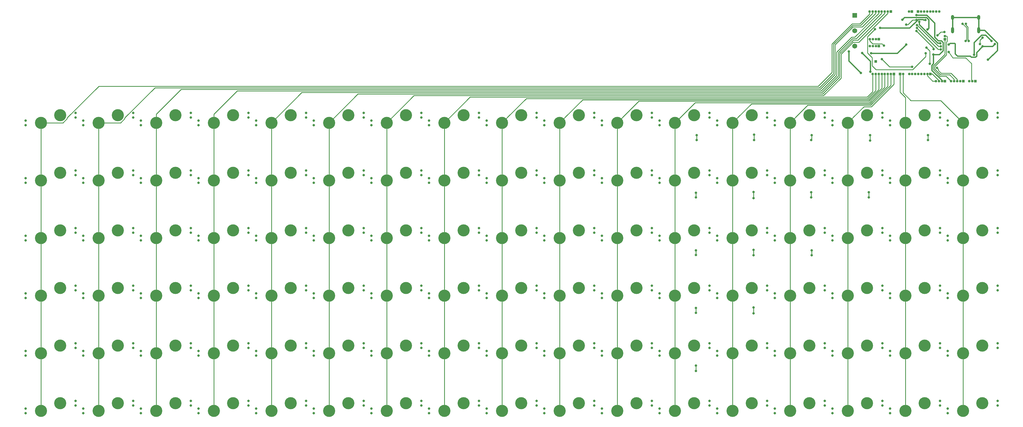
<source format=gbr>
G04 #@! TF.GenerationSoftware,KiCad,Pcbnew,(5.1.4)-1*
G04 #@! TF.CreationDate,2021-09-13T16:48:37-03:00*
G04 #@! TF.ProjectId,keyboard pcb,6b657962-6f61-4726-9420-7063622e6b69,rev?*
G04 #@! TF.SameCoordinates,Original*
G04 #@! TF.FileFunction,Copper,L1,Top*
G04 #@! TF.FilePolarity,Positive*
%FSLAX46Y46*%
G04 Gerber Fmt 4.6, Leading zero omitted, Abs format (unit mm)*
G04 Created by KiCad (PCBNEW (5.1.4)-1) date 2021-09-13 16:48:37*
%MOMM*%
%LPD*%
G04 APERTURE LIST*
%ADD10C,0.800000*%
%ADD11C,4.000000*%
%ADD12O,0.850000X0.850000*%
%ADD13R,0.850000X0.850000*%
%ADD14O,1.000000X2.100000*%
%ADD15O,1.000000X1.600000*%
%ADD16C,1.650000*%
%ADD17R,1.650000X1.650000*%
%ADD18C,0.381000*%
%ADD19C,0.254000*%
G04 APERTURE END LIST*
D10*
X344170000Y-116332000D03*
X327660000Y-118872000D03*
X344170000Y-114808000D03*
X327660000Y-117348000D03*
D11*
X332740000Y-118110000D03*
X339090000Y-115570000D03*
D12*
X320977000Y-73660000D03*
X321977000Y-73660000D03*
X322977000Y-73660000D03*
D13*
X323977000Y-73660000D03*
D12*
X320977000Y-71374000D03*
X321977000Y-71374000D03*
X322977000Y-71374000D03*
D13*
X323977000Y-71374000D03*
D12*
X333899000Y-62230000D03*
D13*
X334899000Y-62230000D03*
D12*
X345821000Y-70374000D03*
D13*
X345821000Y-71374000D03*
X322961000Y-78740000D03*
D12*
X331962000Y-82931000D03*
D13*
X330962000Y-82931000D03*
D14*
X356999000Y-68408000D03*
X348359000Y-68408000D03*
D15*
X348359000Y-64228000D03*
X356999000Y-64228000D03*
D12*
X321930000Y-82931000D03*
X322930000Y-82931000D03*
X323930000Y-82931000D03*
X324930000Y-82931000D03*
X325930000Y-82931000D03*
X326930000Y-82931000D03*
X327930000Y-82931000D03*
D13*
X328930000Y-82931000D03*
D10*
X191770000Y-173482000D03*
X175260000Y-176022000D03*
X191770000Y-171958000D03*
X175260000Y-174498000D03*
D11*
X180340000Y-175260000D03*
X186690000Y-172720000D03*
D16*
X315976000Y-73660000D03*
X315976000Y-68580000D03*
D17*
X315976000Y-63500000D03*
D10*
X363220000Y-192532000D03*
X346710000Y-195072000D03*
X363220000Y-191008000D03*
X346710000Y-193548000D03*
D11*
X351790000Y-194310000D03*
X358140000Y-191770000D03*
D10*
X363220000Y-173482000D03*
X346710000Y-176022000D03*
X363220000Y-171958000D03*
X346710000Y-174498000D03*
D11*
X351790000Y-175260000D03*
X358140000Y-172720000D03*
D10*
X363220000Y-154432000D03*
X346710000Y-156972000D03*
X363220000Y-152908000D03*
X346710000Y-155448000D03*
D11*
X351790000Y-156210000D03*
X358140000Y-153670000D03*
D10*
X363220000Y-135382000D03*
X346710000Y-137922000D03*
X363220000Y-133858000D03*
X346710000Y-136398000D03*
D11*
X351790000Y-137160000D03*
X358140000Y-134620000D03*
D10*
X363220000Y-116332000D03*
X346710000Y-118872000D03*
X363220000Y-114808000D03*
X346710000Y-117348000D03*
D11*
X351790000Y-118110000D03*
X358140000Y-115570000D03*
D10*
X363220000Y-97282000D03*
X346710000Y-99822000D03*
X363220000Y-95758000D03*
X346710000Y-98298000D03*
D11*
X351790000Y-99060000D03*
X358140000Y-96520000D03*
D10*
X344170000Y-192532000D03*
X327660000Y-195072000D03*
X344170000Y-191008000D03*
X327660000Y-193548000D03*
D11*
X332740000Y-194310000D03*
X339090000Y-191770000D03*
D10*
X344170000Y-173482000D03*
X327660000Y-176022000D03*
X344170000Y-171958000D03*
X327660000Y-174498000D03*
D11*
X332740000Y-175260000D03*
X339090000Y-172720000D03*
D10*
X344170000Y-154432000D03*
X327660000Y-156972000D03*
X344170000Y-152908000D03*
X327660000Y-155448000D03*
D11*
X332740000Y-156210000D03*
X339090000Y-153670000D03*
D10*
X344170000Y-135382000D03*
X327660000Y-137922000D03*
X344170000Y-133858000D03*
X327660000Y-136398000D03*
D11*
X332740000Y-137160000D03*
X339090000Y-134620000D03*
D10*
X344170000Y-97282000D03*
X327660000Y-99822000D03*
X344170000Y-95758000D03*
X327660000Y-98298000D03*
D11*
X332740000Y-99060000D03*
X339090000Y-96520000D03*
D10*
X325120000Y-192532000D03*
X308610000Y-195072000D03*
X325120000Y-191008000D03*
X308610000Y-193548000D03*
D11*
X313690000Y-194310000D03*
X320040000Y-191770000D03*
D10*
X325120000Y-173482000D03*
X308610000Y-176022000D03*
X325120000Y-171958000D03*
X308610000Y-174498000D03*
D11*
X313690000Y-175260000D03*
X320040000Y-172720000D03*
D10*
X325120000Y-154432000D03*
X308610000Y-156972000D03*
X325120000Y-152908000D03*
X308610000Y-155448000D03*
D11*
X313690000Y-156210000D03*
X320040000Y-153670000D03*
D10*
X325120000Y-135382000D03*
X308610000Y-137922000D03*
X325120000Y-133858000D03*
X308610000Y-136398000D03*
D11*
X313690000Y-137160000D03*
X320040000Y-134620000D03*
D10*
X325120000Y-116332000D03*
X308610000Y-118872000D03*
X325120000Y-114808000D03*
X308610000Y-117348000D03*
D11*
X313690000Y-118110000D03*
X320040000Y-115570000D03*
D10*
X325120000Y-97282000D03*
X308610000Y-99822000D03*
X325120000Y-95758000D03*
X308610000Y-98298000D03*
D11*
X313690000Y-99060000D03*
X320040000Y-96520000D03*
D10*
X306070000Y-192532000D03*
X289560000Y-195072000D03*
X306070000Y-191008000D03*
X289560000Y-193548000D03*
D11*
X294640000Y-194310000D03*
X300990000Y-191770000D03*
D10*
X306070000Y-173482000D03*
X289560000Y-176022000D03*
X306070000Y-171958000D03*
X289560000Y-174498000D03*
D11*
X294640000Y-175260000D03*
X300990000Y-172720000D03*
D10*
X306070000Y-154432000D03*
X289560000Y-156972000D03*
X306070000Y-152908000D03*
X289560000Y-155448000D03*
D11*
X294640000Y-156210000D03*
X300990000Y-153670000D03*
D10*
X306070000Y-135382000D03*
X289560000Y-137922000D03*
X306070000Y-133858000D03*
X289560000Y-136398000D03*
D11*
X294640000Y-137160000D03*
X300990000Y-134620000D03*
D10*
X306070000Y-116332000D03*
X289560000Y-118872000D03*
X306070000Y-114808000D03*
X289560000Y-117348000D03*
D11*
X294640000Y-118110000D03*
X300990000Y-115570000D03*
D10*
X306070000Y-97282000D03*
X289560000Y-99822000D03*
X306070000Y-95758000D03*
X289560000Y-98298000D03*
D11*
X294640000Y-99060000D03*
X300990000Y-96520000D03*
D10*
X287020000Y-192532000D03*
X270510000Y-195072000D03*
X287020000Y-191008000D03*
X270510000Y-193548000D03*
D11*
X275590000Y-194310000D03*
X281940000Y-191770000D03*
D10*
X287020000Y-173482000D03*
X270510000Y-176022000D03*
X287020000Y-171958000D03*
X270510000Y-174498000D03*
D11*
X275590000Y-175260000D03*
X281940000Y-172720000D03*
D10*
X287020000Y-154432000D03*
X270510000Y-156972000D03*
X287020000Y-152908000D03*
X270510000Y-155448000D03*
D11*
X275590000Y-156210000D03*
X281940000Y-153670000D03*
D10*
X287020000Y-135382000D03*
X270510000Y-137922000D03*
X287020000Y-133858000D03*
X270510000Y-136398000D03*
D11*
X275590000Y-137160000D03*
X281940000Y-134620000D03*
D10*
X287020000Y-116332000D03*
X270510000Y-118872000D03*
X287020000Y-114808000D03*
X270510000Y-117348000D03*
D11*
X275590000Y-118110000D03*
X281940000Y-115570000D03*
D10*
X287020000Y-97282000D03*
X270510000Y-99822000D03*
X287020000Y-95758000D03*
X270510000Y-98298000D03*
D11*
X275590000Y-99060000D03*
X281940000Y-96520000D03*
D10*
X267970000Y-192532000D03*
X251460000Y-195072000D03*
X267970000Y-191008000D03*
X251460000Y-193548000D03*
D11*
X256540000Y-194310000D03*
X262890000Y-191770000D03*
D10*
X267970000Y-173482000D03*
X251460000Y-176022000D03*
X267970000Y-171958000D03*
X251460000Y-174498000D03*
D11*
X256540000Y-175260000D03*
X262890000Y-172720000D03*
D10*
X267970000Y-154432000D03*
X251460000Y-156972000D03*
X267970000Y-152908000D03*
X251460000Y-155448000D03*
D11*
X256540000Y-156210000D03*
X262890000Y-153670000D03*
D10*
X267970000Y-135382000D03*
X251460000Y-137922000D03*
X267970000Y-133858000D03*
X251460000Y-136398000D03*
D11*
X256540000Y-137160000D03*
X262890000Y-134620000D03*
D10*
X267970000Y-116332000D03*
X251460000Y-118872000D03*
X267970000Y-114808000D03*
X251460000Y-117348000D03*
D11*
X256540000Y-118110000D03*
X262890000Y-115570000D03*
D10*
X267970000Y-97282000D03*
X251460000Y-99822000D03*
X267970000Y-95758000D03*
X251460000Y-98298000D03*
D11*
X256540000Y-99060000D03*
X262890000Y-96520000D03*
D10*
X248920000Y-192532000D03*
X232410000Y-195072000D03*
X248920000Y-191008000D03*
X232410000Y-193548000D03*
D11*
X237490000Y-194310000D03*
X243840000Y-191770000D03*
D10*
X248920000Y-173482000D03*
X232410000Y-176022000D03*
X248920000Y-171958000D03*
X232410000Y-174498000D03*
D11*
X237490000Y-175260000D03*
X243840000Y-172720000D03*
D10*
X248920000Y-154432000D03*
X232410000Y-156972000D03*
X248920000Y-152908000D03*
X232410000Y-155448000D03*
D11*
X237490000Y-156210000D03*
X243840000Y-153670000D03*
D10*
X248920000Y-135382000D03*
X232410000Y-137922000D03*
X248920000Y-133858000D03*
X232410000Y-136398000D03*
D11*
X237490000Y-137160000D03*
X243840000Y-134620000D03*
D10*
X248920000Y-116332000D03*
X232410000Y-118872000D03*
X248920000Y-114808000D03*
X232410000Y-117348000D03*
D11*
X237490000Y-118110000D03*
X243840000Y-115570000D03*
D10*
X248920000Y-97282000D03*
X232410000Y-99822000D03*
X248920000Y-95758000D03*
X232410000Y-98298000D03*
D11*
X237490000Y-99060000D03*
X243840000Y-96520000D03*
D10*
X229870000Y-192532000D03*
X213360000Y-195072000D03*
X229870000Y-191008000D03*
X213360000Y-193548000D03*
D11*
X218440000Y-194310000D03*
X224790000Y-191770000D03*
D10*
X229870000Y-173482000D03*
X213360000Y-176022000D03*
X229870000Y-171958000D03*
X213360000Y-174498000D03*
D11*
X218440000Y-175260000D03*
X224790000Y-172720000D03*
D10*
X229870000Y-154432000D03*
X213360000Y-156972000D03*
X229870000Y-152908000D03*
X213360000Y-155448000D03*
D11*
X218440000Y-156210000D03*
X224790000Y-153670000D03*
D10*
X229870000Y-135382000D03*
X213360000Y-137922000D03*
X229870000Y-133858000D03*
X213360000Y-136398000D03*
D11*
X218440000Y-137160000D03*
X224790000Y-134620000D03*
D10*
X229870000Y-116332000D03*
X213360000Y-118872000D03*
X229870000Y-114808000D03*
X213360000Y-117348000D03*
D11*
X218440000Y-118110000D03*
X224790000Y-115570000D03*
D10*
X229870000Y-97282000D03*
X213360000Y-99822000D03*
X229870000Y-95758000D03*
X213360000Y-98298000D03*
D11*
X218440000Y-99060000D03*
X224790000Y-96520000D03*
D10*
X210820000Y-192532000D03*
X194310000Y-195072000D03*
X210820000Y-191008000D03*
X194310000Y-193548000D03*
D11*
X199390000Y-194310000D03*
X205740000Y-191770000D03*
D10*
X210820000Y-173482000D03*
X194310000Y-176022000D03*
X210820000Y-171958000D03*
X194310000Y-174498000D03*
D11*
X199390000Y-175260000D03*
X205740000Y-172720000D03*
D10*
X210820000Y-154432000D03*
X194310000Y-156972000D03*
X210820000Y-152908000D03*
X194310000Y-155448000D03*
D11*
X199390000Y-156210000D03*
X205740000Y-153670000D03*
D10*
X210820000Y-135382000D03*
X194310000Y-137922000D03*
X210820000Y-133858000D03*
X194310000Y-136398000D03*
D11*
X199390000Y-137160000D03*
X205740000Y-134620000D03*
D10*
X210820000Y-116332000D03*
X194310000Y-118872000D03*
X210820000Y-114808000D03*
X194310000Y-117348000D03*
D11*
X199390000Y-118110000D03*
X205740000Y-115570000D03*
D10*
X210820000Y-97282000D03*
X194310000Y-99822000D03*
X210820000Y-95758000D03*
X194310000Y-98298000D03*
D11*
X199390000Y-99060000D03*
X205740000Y-96520000D03*
D10*
X191770000Y-192532000D03*
X175260000Y-195072000D03*
X191770000Y-191008000D03*
X175260000Y-193548000D03*
D11*
X180340000Y-194310000D03*
X186690000Y-191770000D03*
D10*
X191770000Y-154432000D03*
X175260000Y-156972000D03*
X191770000Y-152908000D03*
X175260000Y-155448000D03*
D11*
X180340000Y-156210000D03*
X186690000Y-153670000D03*
D10*
X191770000Y-135382000D03*
X175260000Y-137922000D03*
X191770000Y-133858000D03*
X175260000Y-136398000D03*
D11*
X180340000Y-137160000D03*
X186690000Y-134620000D03*
D10*
X191770000Y-116332000D03*
X175260000Y-118872000D03*
X191770000Y-114808000D03*
X175260000Y-117348000D03*
D11*
X180340000Y-118110000D03*
X186690000Y-115570000D03*
D10*
X191770000Y-97282000D03*
X175260000Y-99822000D03*
X191770000Y-95758000D03*
X175260000Y-98298000D03*
D11*
X180340000Y-99060000D03*
X186690000Y-96520000D03*
D10*
X172720000Y-192532000D03*
X156210000Y-195072000D03*
X172720000Y-191008000D03*
X156210000Y-193548000D03*
D11*
X161290000Y-194310000D03*
X167640000Y-191770000D03*
D10*
X172720000Y-173482000D03*
X156210000Y-176022000D03*
X172720000Y-171958000D03*
X156210000Y-174498000D03*
D11*
X161290000Y-175260000D03*
X167640000Y-172720000D03*
D10*
X172720000Y-154432000D03*
X156210000Y-156972000D03*
X172720000Y-152908000D03*
X156210000Y-155448000D03*
D11*
X161290000Y-156210000D03*
X167640000Y-153670000D03*
D10*
X172720000Y-135382000D03*
X156210000Y-137922000D03*
X172720000Y-133858000D03*
X156210000Y-136398000D03*
D11*
X161290000Y-137160000D03*
X167640000Y-134620000D03*
D10*
X172720000Y-116332000D03*
X156210000Y-118872000D03*
X172720000Y-114808000D03*
X156210000Y-117348000D03*
D11*
X161290000Y-118110000D03*
X167640000Y-115570000D03*
D10*
X172720000Y-97282000D03*
X156210000Y-99822000D03*
X172720000Y-95758000D03*
X156210000Y-98298000D03*
D11*
X161290000Y-99060000D03*
X167640000Y-96520000D03*
D10*
X153670000Y-192532000D03*
X137160000Y-195072000D03*
X153670000Y-191008000D03*
X137160000Y-193548000D03*
D11*
X142240000Y-194310000D03*
X148590000Y-191770000D03*
D10*
X153670000Y-173482000D03*
X137160000Y-176022000D03*
X153670000Y-171958000D03*
X137160000Y-174498000D03*
D11*
X142240000Y-175260000D03*
X148590000Y-172720000D03*
D10*
X153670000Y-154432000D03*
X137160000Y-156972000D03*
X153670000Y-152908000D03*
X137160000Y-155448000D03*
D11*
X142240000Y-156210000D03*
X148590000Y-153670000D03*
D10*
X153670000Y-135382000D03*
X137160000Y-137922000D03*
X153670000Y-133858000D03*
X137160000Y-136398000D03*
D11*
X142240000Y-137160000D03*
X148590000Y-134620000D03*
D10*
X153670000Y-116332000D03*
X137160000Y-118872000D03*
X153670000Y-114808000D03*
X137160000Y-117348000D03*
D11*
X142240000Y-118110000D03*
X148590000Y-115570000D03*
D10*
X153670000Y-97282000D03*
X137160000Y-99822000D03*
X153670000Y-95758000D03*
X137160000Y-98298000D03*
D11*
X142240000Y-99060000D03*
X148590000Y-96520000D03*
D10*
X134620000Y-192532000D03*
X118110000Y-195072000D03*
X134620000Y-191008000D03*
X118110000Y-193548000D03*
D11*
X123190000Y-194310000D03*
X129540000Y-191770000D03*
D10*
X134620000Y-173482000D03*
X118110000Y-176022000D03*
X134620000Y-171958000D03*
X118110000Y-174498000D03*
D11*
X123190000Y-175260000D03*
X129540000Y-172720000D03*
D10*
X134620000Y-154432000D03*
X118110000Y-156972000D03*
X134620000Y-152908000D03*
X118110000Y-155448000D03*
D11*
X123190000Y-156210000D03*
X129540000Y-153670000D03*
D10*
X134620000Y-135382000D03*
X118110000Y-137922000D03*
X134620000Y-133858000D03*
X118110000Y-136398000D03*
D11*
X123190000Y-137160000D03*
X129540000Y-134620000D03*
D10*
X134620000Y-116332000D03*
X118110000Y-118872000D03*
X134620000Y-114808000D03*
X118110000Y-117348000D03*
D11*
X123190000Y-118110000D03*
X129540000Y-115570000D03*
D10*
X134620000Y-97282000D03*
X118110000Y-99822000D03*
X134620000Y-95758000D03*
X118110000Y-98298000D03*
D11*
X123190000Y-99060000D03*
X129540000Y-96520000D03*
D10*
X115570000Y-192532000D03*
X99060000Y-195072000D03*
X115570000Y-191008000D03*
X99060000Y-193548000D03*
D11*
X104140000Y-194310000D03*
X110490000Y-191770000D03*
D10*
X115570000Y-173482000D03*
X99060000Y-176022000D03*
X115570000Y-171958000D03*
X99060000Y-174498000D03*
D11*
X104140000Y-175260000D03*
X110490000Y-172720000D03*
D10*
X115570000Y-154432000D03*
X99060000Y-156972000D03*
X115570000Y-152908000D03*
X99060000Y-155448000D03*
D11*
X104140000Y-156210000D03*
X110490000Y-153670000D03*
D10*
X115570000Y-135382000D03*
X99060000Y-137922000D03*
X115570000Y-133858000D03*
X99060000Y-136398000D03*
D11*
X104140000Y-137160000D03*
X110490000Y-134620000D03*
D10*
X115570000Y-116332000D03*
X99060000Y-118872000D03*
X115570000Y-114808000D03*
X99060000Y-117348000D03*
D11*
X104140000Y-118110000D03*
X110490000Y-115570000D03*
D10*
X115570000Y-97282000D03*
X99060000Y-99822000D03*
X115570000Y-95758000D03*
X99060000Y-98298000D03*
D11*
X104140000Y-99060000D03*
X110490000Y-96520000D03*
D10*
X96520000Y-192532000D03*
X80010000Y-195072000D03*
X96520000Y-191008000D03*
X80010000Y-193548000D03*
D11*
X85090000Y-194310000D03*
X91440000Y-191770000D03*
D10*
X96520000Y-173482000D03*
X80010000Y-176022000D03*
X96520000Y-171958000D03*
X80010000Y-174498000D03*
D11*
X85090000Y-175260000D03*
X91440000Y-172720000D03*
D10*
X96520000Y-154432000D03*
X80010000Y-156972000D03*
X96520000Y-152908000D03*
X80010000Y-155448000D03*
D11*
X85090000Y-156210000D03*
X91440000Y-153670000D03*
D10*
X96520000Y-135382000D03*
X80010000Y-137922000D03*
X96520000Y-133858000D03*
X80010000Y-136398000D03*
D11*
X85090000Y-137160000D03*
X91440000Y-134620000D03*
D10*
X96520000Y-116332000D03*
X80010000Y-118872000D03*
X96520000Y-114808000D03*
X80010000Y-117348000D03*
D11*
X85090000Y-118110000D03*
X91440000Y-115570000D03*
D10*
X96520000Y-97282000D03*
X80010000Y-99822000D03*
X96520000Y-95758000D03*
X80010000Y-98298000D03*
D11*
X85090000Y-99060000D03*
X91440000Y-96520000D03*
D10*
X77470000Y-192532000D03*
X60960000Y-195072000D03*
X77470000Y-191008000D03*
X60960000Y-193548000D03*
D11*
X66040000Y-194310000D03*
X72390000Y-191770000D03*
D10*
X77470000Y-173482000D03*
X60960000Y-176022000D03*
X77470000Y-171958000D03*
X60960000Y-174498000D03*
D11*
X66040000Y-175260000D03*
X72390000Y-172720000D03*
D10*
X77470000Y-154432000D03*
X60960000Y-156972000D03*
X77470000Y-152908000D03*
X60960000Y-155448000D03*
D11*
X66040000Y-156210000D03*
X72390000Y-153670000D03*
D10*
X77470000Y-135382000D03*
X60960000Y-137922000D03*
X77470000Y-133858000D03*
X60960000Y-136398000D03*
D11*
X66040000Y-137160000D03*
X72390000Y-134620000D03*
D10*
X77470000Y-116332000D03*
X60960000Y-118872000D03*
X77470000Y-114808000D03*
X60960000Y-117348000D03*
D11*
X66040000Y-118110000D03*
X72390000Y-115570000D03*
D10*
X77470000Y-97282000D03*
X60960000Y-99822000D03*
X77470000Y-95758000D03*
X60960000Y-98298000D03*
D11*
X66040000Y-99060000D03*
X72390000Y-96520000D03*
D10*
X58420000Y-192532000D03*
X41910000Y-195072000D03*
X58420000Y-191008000D03*
X41910000Y-193548000D03*
D11*
X46990000Y-194310000D03*
X53340000Y-191770000D03*
D10*
X58420000Y-173482000D03*
X41910000Y-176022000D03*
X58420000Y-171958000D03*
X41910000Y-174498000D03*
D11*
X46990000Y-175260000D03*
X53340000Y-172720000D03*
D10*
X58420000Y-154432000D03*
X41910000Y-156972000D03*
X58420000Y-152908000D03*
X41910000Y-155448000D03*
D11*
X46990000Y-156210000D03*
X53340000Y-153670000D03*
D10*
X58420000Y-135382000D03*
X41910000Y-137922000D03*
X58420000Y-133858000D03*
X41910000Y-136398000D03*
D11*
X46990000Y-137160000D03*
X53340000Y-134620000D03*
D10*
X58420000Y-116332000D03*
X41910000Y-118872000D03*
X58420000Y-114808000D03*
X41910000Y-117348000D03*
D11*
X46990000Y-118110000D03*
X53340000Y-115570000D03*
D10*
X58420000Y-97282000D03*
X41910000Y-99822000D03*
X58420000Y-95758000D03*
X41910000Y-98298000D03*
D11*
X46990000Y-99060000D03*
X53340000Y-96520000D03*
D12*
X342821000Y-85280500D03*
X343821000Y-85280500D03*
X344821000Y-85280500D03*
D13*
X345821000Y-85280500D03*
D12*
X347853500Y-85280500D03*
X348853500Y-85280500D03*
X349853500Y-85280500D03*
X350853500Y-85280500D03*
D13*
X351853500Y-85280500D03*
D12*
X353854000Y-85280500D03*
X354854000Y-85280500D03*
D13*
X355854000Y-85280500D03*
D12*
X333995000Y-82931000D03*
X334995000Y-82931000D03*
X335995000Y-82931000D03*
X336995000Y-82931000D03*
X337995000Y-82931000D03*
X338995000Y-82931000D03*
X339995000Y-82931000D03*
D13*
X340995000Y-82931000D03*
D12*
X343931000Y-62230000D03*
X342931000Y-62230000D03*
X341931000Y-62230000D03*
X340931000Y-62230000D03*
X339931000Y-62230000D03*
X338931000Y-62230000D03*
X337931000Y-62230000D03*
D13*
X336931000Y-62230000D03*
D12*
X320914000Y-62230000D03*
X321914000Y-62230000D03*
X322914000Y-62230000D03*
X323914000Y-62230000D03*
X324914000Y-62230000D03*
X325914000Y-62230000D03*
X326914000Y-62230000D03*
D13*
X327914000Y-62230000D03*
D10*
X314071000Y-75438000D03*
X360045000Y-78168500D03*
X331724000Y-64960500D03*
X321373500Y-76073000D03*
X332994000Y-73152000D03*
X318452500Y-76009500D03*
X321119500Y-82169000D03*
X318008000Y-82550000D03*
X340027510Y-68145560D03*
X357378000Y-73025000D03*
X358267000Y-70866000D03*
X342076795Y-74745929D03*
X336423000Y-68707000D03*
X339344000Y-65024000D03*
X332994000Y-66548000D03*
X324358000Y-67691000D03*
X361188000Y-72009000D03*
X355473000Y-76581000D03*
X342011000Y-76454000D03*
X336423000Y-63442999D03*
X336423000Y-65024000D03*
X325628000Y-73533000D03*
X324929500Y-78013000D03*
X334995000Y-80549000D03*
X340233000Y-104775000D03*
X340233000Y-103193901D03*
X321056000Y-103124000D03*
X321056000Y-104902000D03*
X320675000Y-122047000D03*
X320675000Y-123698000D03*
X301752000Y-103124000D03*
X301625000Y-104775000D03*
X301625000Y-122047000D03*
X301625000Y-123698000D03*
X301752000Y-141224000D03*
X301752000Y-142875000D03*
X282702000Y-102997000D03*
X282702000Y-104775000D03*
X282575000Y-121920000D03*
X282575000Y-123952000D03*
X282575000Y-141097000D03*
X282575000Y-142875000D03*
X282575000Y-160147000D03*
X282575000Y-162052000D03*
X263779000Y-103124000D03*
X263779000Y-104775000D03*
X263525000Y-122174000D03*
X263525000Y-123698000D03*
X263525000Y-141224000D03*
X263525000Y-142748000D03*
X263525000Y-160274000D03*
X263525000Y-161925000D03*
X263525000Y-179324000D03*
X263525000Y-181102000D03*
X344424000Y-73795000D03*
X336556078Y-66712756D03*
X344424000Y-74795000D03*
X336526119Y-67712319D03*
X339444511Y-76099489D03*
X322649592Y-68123596D03*
X362331000Y-73025000D03*
X358267000Y-73787000D03*
X347091000Y-73152000D03*
X337342901Y-65644759D03*
X344247348Y-72721348D03*
X351652000Y-66294000D03*
X352687000Y-72009000D03*
X352706000Y-66294000D03*
X353687000Y-72009000D03*
X345630500Y-69024500D03*
X343366636Y-70120882D03*
X347091000Y-75663500D03*
X339677751Y-74191466D03*
X340796844Y-79573156D03*
X343154000Y-80899000D03*
D18*
X356999000Y-68408000D02*
X356999000Y-64228000D01*
X348359000Y-64228000D02*
X348359000Y-68408000D01*
X348359000Y-64228000D02*
X356999000Y-64228000D01*
X356999000Y-68408000D02*
X358883942Y-68408000D01*
X358883942Y-68408000D02*
X363121501Y-72645559D01*
X363121501Y-72645559D02*
X363121501Y-75091999D01*
X363121501Y-75091999D02*
X360045000Y-78168500D01*
X330073000Y-76073000D02*
X332994000Y-73152000D01*
X321373500Y-76073000D02*
X330073000Y-76073000D01*
X321119500Y-78676500D02*
X318452500Y-76009500D01*
X314071000Y-78613000D02*
X318008000Y-82550000D01*
X314071000Y-75438000D02*
X314071000Y-78613000D01*
X321119500Y-82169000D02*
X321119500Y-78676500D01*
X331724000Y-64960500D02*
X332451001Y-64233499D01*
X332451001Y-64233499D02*
X339723441Y-64233499D01*
X340427509Y-64937567D02*
X340427509Y-67745561D01*
X340427509Y-67745561D02*
X340027510Y-68145560D01*
X339723441Y-64233499D02*
X340427509Y-64937567D01*
D19*
X357378000Y-73025000D02*
X357378000Y-71755000D01*
X357378000Y-71755000D02*
X358267000Y-70866000D01*
X342076795Y-74360795D02*
X342076795Y-74745929D01*
X336423000Y-68707000D02*
X342076795Y-74360795D01*
D18*
X355473000Y-72490058D02*
X355473000Y-76581000D01*
X357887559Y-70075499D02*
X355473000Y-72490058D01*
X361188000Y-72009000D02*
X359254499Y-70075499D01*
X359254499Y-70075499D02*
X357887559Y-70075499D01*
X336423000Y-63442999D02*
X339754613Y-63442999D01*
X342382934Y-66071320D02*
X342382934Y-70693378D01*
X339754613Y-63442999D02*
X342382934Y-66071320D01*
D19*
X335083685Y-65024000D02*
X336423000Y-65024000D01*
X332994000Y-66548000D02*
X333559685Y-66548000D01*
X333559685Y-66548000D02*
X335083685Y-65024000D01*
D18*
X336963460Y-64854258D02*
X334126718Y-67691000D01*
X334126718Y-67691000D02*
X324923685Y-67691000D01*
D19*
X338672073Y-64917758D02*
X338778315Y-65024000D01*
X336529242Y-64917758D02*
X338672073Y-64917758D01*
D18*
X339344000Y-65024000D02*
X338778315Y-65024000D01*
X324923685Y-67691000D02*
X324358000Y-67691000D01*
D19*
X336423000Y-65024000D02*
X336529242Y-64917758D01*
D18*
X338608573Y-64854258D02*
X336963460Y-64854258D01*
X338778315Y-65024000D02*
X338608573Y-64854258D01*
X342576685Y-76454000D02*
X342011000Y-76454000D01*
X343934942Y-76454000D02*
X342576685Y-76454000D01*
X345214501Y-75174441D02*
X343934942Y-76454000D01*
X345214501Y-72518559D02*
X345214501Y-75174441D01*
X344626789Y-71930847D02*
X345214501Y-72518559D01*
X343620403Y-71930847D02*
X344626789Y-71930847D01*
X342382934Y-70693378D02*
X343620403Y-71930847D01*
X342011000Y-79465099D02*
X342011000Y-77019685D01*
X342011000Y-77019685D02*
X342011000Y-76454000D01*
X341455477Y-80020622D02*
X342011000Y-79465099D01*
X341455477Y-81710348D02*
X341455477Y-80020622D01*
X344821000Y-85075871D02*
X341455477Y-81710348D01*
X344821000Y-85280500D02*
X344821000Y-85075871D01*
D19*
X320977000Y-71975040D02*
X320977000Y-71374000D01*
X321909959Y-72907999D02*
X320977000Y-71975040D01*
X325628000Y-73533000D02*
X325002999Y-72907999D01*
X325002999Y-72907999D02*
X321909959Y-72907999D01*
X327465500Y-80549000D02*
X334995000Y-80549000D01*
X324929500Y-78013000D02*
X327465500Y-80549000D01*
X340233000Y-104775000D02*
X340233000Y-103193901D01*
X321056000Y-103124000D02*
X321056000Y-104902000D01*
X320675000Y-122047000D02*
X320675000Y-123698000D01*
X301752000Y-103124000D02*
X301752000Y-104648000D01*
X301752000Y-104648000D02*
X301625000Y-104775000D01*
X301625000Y-122047000D02*
X301625000Y-123698000D01*
X301752000Y-141224000D02*
X301752000Y-142875000D01*
X282702000Y-102997000D02*
X282702000Y-104775000D01*
X282575000Y-121920000D02*
X282575000Y-123952000D01*
X282575000Y-141097000D02*
X282575000Y-142875000D01*
X282575000Y-160147000D02*
X282575000Y-162052000D01*
X263779000Y-103124000D02*
X263779000Y-104775000D01*
X263525000Y-122174000D02*
X263525000Y-123698000D01*
X263525000Y-141224000D02*
X263525000Y-142748000D01*
X263525000Y-160274000D02*
X263525000Y-161925000D01*
X263525000Y-179324000D02*
X263525000Y-181102000D01*
X343638322Y-73795000D02*
X336956077Y-67112755D01*
X336956077Y-67112755D02*
X336556078Y-66712756D01*
X344424000Y-73795000D02*
X343638322Y-73795000D01*
X343608800Y-74795000D02*
X336926118Y-68112318D01*
X344424000Y-74795000D02*
X343608800Y-74795000D01*
X336926118Y-68112318D02*
X336526119Y-67712319D01*
X46990000Y-99060000D02*
X46990000Y-118110000D01*
X46990000Y-118110000D02*
X46990000Y-194310000D01*
X320914000Y-63134000D02*
X320914000Y-62230000D01*
X317700010Y-66347990D02*
X320914000Y-63134000D01*
X315117313Y-66347990D02*
X317700010Y-66347990D01*
X308483000Y-82423000D02*
X308483000Y-72982304D01*
X54243962Y-99060000D02*
X55667001Y-97636961D01*
X46990000Y-99060000D02*
X54243962Y-99060000D01*
X55667001Y-97636961D02*
X55667001Y-97435037D01*
X308483000Y-72982304D02*
X315117313Y-66347990D01*
X55667001Y-97435037D02*
X66107038Y-86995000D01*
X66107038Y-86995000D02*
X303911000Y-86995000D01*
X303911000Y-86995000D02*
X308483000Y-82423000D01*
X66040000Y-99060000D02*
X66040000Y-194310000D01*
X321914000Y-62831040D02*
X321914000Y-62230000D01*
X308991000Y-73116370D02*
X315305370Y-66802000D01*
X308991000Y-82804000D02*
X308991000Y-73116370D01*
X73293962Y-99060000D02*
X74717001Y-97636961D01*
X66040000Y-99060000D02*
X73293962Y-99060000D01*
X317943040Y-66802000D02*
X321914000Y-62831040D01*
X315305370Y-66802000D02*
X317943040Y-66802000D01*
X74717001Y-97636961D02*
X74717001Y-97435037D01*
X84649038Y-87503000D02*
X304292000Y-87503000D01*
X74717001Y-97435037D02*
X84649038Y-87503000D01*
X304292000Y-87503000D02*
X308991000Y-82804000D01*
X85090000Y-99060000D02*
X85090000Y-194310000D01*
X322914000Y-62230000D02*
X322914000Y-62545136D01*
X322914000Y-62831040D02*
X322914000Y-62230000D01*
X315423039Y-67326399D02*
X318418641Y-67326399D01*
X85090000Y-96231573D02*
X93310573Y-88011000D01*
X85090000Y-99060000D02*
X85090000Y-96231573D01*
X93310573Y-88011000D02*
X304546000Y-88011000D01*
X318418641Y-67326399D02*
X322914000Y-62831040D01*
X304546000Y-88011000D02*
X309499000Y-83058000D01*
X309499000Y-83058000D02*
X309499000Y-73250438D01*
X309499000Y-73250438D02*
X315423039Y-67326399D01*
X104140000Y-99060000D02*
X104140000Y-194310000D01*
X323914000Y-62831040D02*
X323914000Y-62230000D01*
X316006040Y-70739000D02*
X323914000Y-62831040D01*
X314960000Y-70739000D02*
X316006040Y-70739000D01*
X104140000Y-96231573D02*
X111852573Y-88519000D01*
X104140000Y-99060000D02*
X104140000Y-96231573D01*
X111852573Y-88519000D02*
X304927000Y-88519000D01*
X304927000Y-88519000D02*
X310007000Y-83439000D01*
X310007000Y-83439000D02*
X310007000Y-75692000D01*
X310007000Y-75692000D02*
X314960000Y-70739000D01*
X123190000Y-99060000D02*
X123190000Y-194310000D01*
X133223000Y-89027000D02*
X123190000Y-99060000D01*
X305181000Y-89027000D02*
X133223000Y-89027000D01*
X324914000Y-62831040D02*
X316498040Y-71247000D01*
X324914000Y-62230000D02*
X324914000Y-62831040D01*
X316498040Y-71247000D02*
X315214000Y-71247000D01*
X315214000Y-71247000D02*
X310578500Y-75882500D01*
X310578500Y-75882500D02*
X310578500Y-83629500D01*
X310578500Y-83629500D02*
X305181000Y-89027000D01*
X142240000Y-99060000D02*
X142240000Y-194310000D01*
X317044029Y-71701011D02*
X315486359Y-71701011D01*
X325914000Y-62230000D02*
X325914000Y-62831040D01*
X151765000Y-89535000D02*
X142240000Y-99060000D01*
X305435000Y-89535000D02*
X151765000Y-89535000D01*
X311032511Y-83937489D02*
X305435000Y-89535000D01*
X311032511Y-76154859D02*
X311032511Y-83937489D01*
X315486359Y-71701011D02*
X311032511Y-76154859D01*
X325914000Y-62831040D02*
X317044029Y-71701011D01*
X161290000Y-99060000D02*
X161290000Y-194310000D01*
X315423039Y-72406399D02*
X311486522Y-76342916D01*
X311486522Y-76342916D02*
X311486522Y-84245478D01*
X311486522Y-84245478D02*
X305689000Y-90043000D01*
X305689000Y-90043000D02*
X170307000Y-90043000D01*
X170307000Y-90043000D02*
X161290000Y-99060000D01*
X317338641Y-72406399D02*
X315423039Y-72406399D01*
X326914000Y-62230000D02*
X326914000Y-62831040D01*
X326914000Y-62831040D02*
X317338641Y-72406399D01*
X180340000Y-99060000D02*
X180340000Y-194310000D01*
X321930000Y-88773000D02*
X321930000Y-82931000D01*
X180340000Y-99060000D02*
X188849000Y-90551000D01*
X320152000Y-90551000D02*
X321930000Y-88773000D01*
X188849000Y-90551000D02*
X320152000Y-90551000D01*
X199390000Y-99060000D02*
X199390000Y-194310000D01*
X201389999Y-97060001D02*
X199390000Y-99060000D01*
X320340057Y-91005011D02*
X207444989Y-91005011D01*
X207444989Y-91005011D02*
X201389999Y-97060001D01*
X322930000Y-88415068D02*
X320340057Y-91005011D01*
X322930000Y-82931000D02*
X322930000Y-88415068D01*
X218440000Y-99060000D02*
X218440000Y-194310000D01*
X220439999Y-97060001D02*
X218440000Y-99060000D01*
X323930000Y-82931000D02*
X323930000Y-88057136D01*
X226040978Y-91459022D02*
X220439999Y-97060001D01*
X320528114Y-91459022D02*
X226040978Y-91459022D01*
X323930000Y-88057136D02*
X320528114Y-91459022D01*
X237490000Y-99060000D02*
X237490000Y-194310000D01*
X244636967Y-91913033D02*
X239489999Y-97060001D01*
X239489999Y-97060001D02*
X237490000Y-99060000D01*
X320716171Y-91913033D02*
X244636967Y-91913033D01*
X324930000Y-87699204D02*
X320716171Y-91913033D01*
X324930000Y-82931000D02*
X324930000Y-87699204D01*
X256540000Y-99060000D02*
X256540000Y-194310000D01*
X263232956Y-92367044D02*
X266788956Y-92367044D01*
X256540000Y-99060000D02*
X263232956Y-92367044D01*
X266788956Y-92367044D02*
X266436228Y-92367044D01*
X325930000Y-87341272D02*
X320904228Y-92367044D01*
X320904228Y-92367044D02*
X266788956Y-92367044D01*
X325930000Y-82931000D02*
X325930000Y-87341272D01*
X275590000Y-99060000D02*
X275590000Y-194310000D01*
X326930000Y-82931000D02*
X326930000Y-86983340D01*
X321092285Y-92821055D02*
X281828945Y-92821055D01*
X277589999Y-97060001D02*
X275590000Y-99060000D01*
X326930000Y-86983340D02*
X321092285Y-92821055D01*
X281828945Y-92821055D02*
X277589999Y-97060001D01*
X294640000Y-99060000D02*
X294640000Y-194310000D01*
X327930000Y-82931000D02*
X327930000Y-86625408D01*
X327930000Y-86625408D02*
X321280342Y-93275066D01*
X300424935Y-93275066D02*
X296639999Y-97060001D01*
X296639999Y-97060001D02*
X294640000Y-99060000D01*
X321280342Y-93275066D02*
X300424935Y-93275066D01*
X313690000Y-99060000D02*
X313690000Y-194310000D01*
X319020923Y-93729077D02*
X315689999Y-97060001D01*
X315689999Y-97060001D02*
X313690000Y-99060000D01*
X321468399Y-93729077D02*
X319020923Y-93729077D01*
X328930000Y-86267476D02*
X321468399Y-93729077D01*
X328930000Y-82931000D02*
X328930000Y-86267476D01*
X332740000Y-99060000D02*
X332740000Y-194310000D01*
X330962000Y-82931000D02*
X330962000Y-88900000D01*
X332740000Y-90678000D02*
X332740000Y-99060000D01*
X330962000Y-88900000D02*
X332740000Y-90678000D01*
X351790000Y-99060000D02*
X351790000Y-194310000D01*
X351790000Y-99060000D02*
X344424000Y-91694000D01*
X344424000Y-91694000D02*
X334518000Y-91694000D01*
X331962000Y-89138000D02*
X331962000Y-82931000D01*
X334518000Y-91694000D02*
X331962000Y-89138000D01*
X339444511Y-76099489D02*
X339444511Y-77175451D01*
X321754500Y-77529962D02*
X320224999Y-76000461D01*
X339444511Y-77175451D02*
X335149462Y-81470500D01*
X335149462Y-81470500D02*
X323024500Y-81470500D01*
X323024500Y-81470500D02*
X321754500Y-80200500D01*
X320224999Y-70548189D02*
X322649592Y-68123596D01*
X320224999Y-76000461D02*
X320224999Y-70548189D01*
X321754500Y-80200500D02*
X321754500Y-77529962D01*
D18*
X362331000Y-73025000D02*
X361569000Y-73787000D01*
X361569000Y-73787000D02*
X358267000Y-73787000D01*
X356263501Y-75790499D02*
X358267000Y-73787000D01*
X356263501Y-76960441D02*
X356263501Y-75790499D01*
X355852441Y-77371501D02*
X356263501Y-76960441D01*
X354485501Y-77371501D02*
X355852441Y-77371501D01*
X354139500Y-77025500D02*
X354485501Y-77371501D01*
X349948500Y-77025500D02*
X354139500Y-77025500D01*
X349104001Y-72853499D02*
X349186500Y-72935998D01*
X349186500Y-72935998D02*
X349186500Y-76263500D01*
X349186500Y-76263500D02*
X349948500Y-77025500D01*
X349002503Y-72752001D02*
X349186500Y-72935998D01*
X347490999Y-72752001D02*
X349002503Y-72752001D01*
X347091000Y-73152000D02*
X347490999Y-72752001D01*
X337342901Y-66578901D02*
X337342901Y-65644759D01*
X343412913Y-72648913D02*
X337342901Y-66578901D01*
X344247348Y-72721348D02*
X343619089Y-72648913D01*
X343619089Y-72648913D02*
X343412913Y-72648913D01*
D19*
X352960000Y-71736000D02*
X352687000Y-72009000D01*
X352960000Y-67602000D02*
X352960000Y-71736000D01*
X351652000Y-66294000D02*
X352960000Y-67602000D01*
X353414000Y-71736000D02*
X353687000Y-72009000D01*
X352706000Y-66294000D02*
X352706000Y-66705947D01*
X352706000Y-66705947D02*
X353414000Y-67413947D01*
X353414000Y-67413947D02*
X353414000Y-71736000D01*
X345630500Y-69024500D02*
X344463018Y-69024500D01*
X343766635Y-69720883D02*
X343366636Y-70120882D01*
X344463018Y-69024500D02*
X343766635Y-69720883D01*
X354606001Y-85175501D02*
X354711000Y-85280500D01*
X354606001Y-79460501D02*
X354606001Y-85175501D01*
X352688510Y-77543010D02*
X354606001Y-79460501D01*
X348399010Y-77543010D02*
X352688510Y-77543010D01*
X354711000Y-85280500D02*
X354854000Y-85280500D01*
X347091000Y-75663500D02*
X348399010Y-77543010D01*
X345820999Y-76386971D02*
X341972988Y-80234982D01*
X344175981Y-83639011D02*
X346212011Y-83639011D01*
X347428501Y-84855501D02*
X347853500Y-85280500D01*
X341972988Y-80234982D02*
X341972988Y-81436018D01*
X346212011Y-83639011D02*
X347428501Y-84855501D01*
X341972988Y-81436018D02*
X344175981Y-83639011D01*
X345821000Y-71374000D02*
X345820999Y-76386971D01*
X346275010Y-72358592D02*
X346573001Y-72060601D01*
X348853500Y-85280500D02*
X348853500Y-84679460D01*
X342426999Y-80423039D02*
X346275010Y-76575028D01*
X346275010Y-76575028D02*
X346275010Y-72358592D01*
X346573001Y-72060601D02*
X346573001Y-70524961D01*
X346573001Y-70524961D02*
X346422040Y-70374000D01*
X342426999Y-81247961D02*
X342426999Y-80423039D01*
X346422040Y-70374000D02*
X345821000Y-70374000D01*
X348853500Y-84679460D02*
X347359040Y-83185000D01*
X344364038Y-83185000D02*
X342426999Y-81247961D01*
X347359040Y-83185000D02*
X344364038Y-83185000D01*
X340804500Y-79311500D02*
X340677500Y-79438500D01*
X339677751Y-74191466D02*
X340804500Y-75318215D01*
X340804500Y-75318215D02*
X340804500Y-79311500D01*
X343553999Y-81298999D02*
X343553999Y-81679999D01*
X343154000Y-80899000D02*
X343553999Y-81298999D01*
X343553999Y-81679999D02*
X344551000Y-82677000D01*
X349853500Y-84679460D02*
X349853500Y-85280500D01*
X347851040Y-82677000D02*
X349853500Y-84679460D01*
X344551000Y-82677000D02*
X347851040Y-82677000D01*
X339995000Y-83532040D02*
X339995000Y-82931000D01*
X341743460Y-85280500D02*
X339995000Y-83532040D01*
X342821000Y-85280500D02*
X341743460Y-85280500D01*
X340995000Y-82931000D02*
X341674000Y-82931000D01*
X343821000Y-85078000D02*
X343821000Y-85280500D01*
X341674000Y-82931000D02*
X343821000Y-85078000D01*
M02*

</source>
